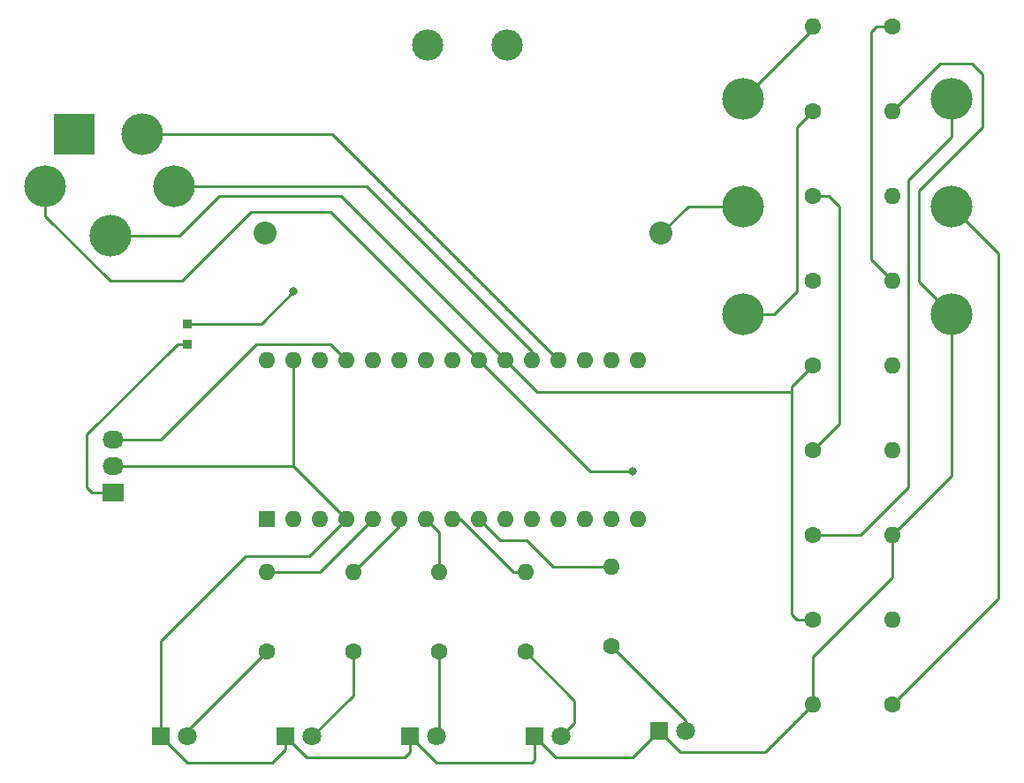
<source format=gtl>
%TF.GenerationSoftware,KiCad,Pcbnew,(5.1.10)-1*%
%TF.CreationDate,2021-08-05T18:33:57-07:00*%
%TF.ProjectId,SimpleCableTesterStatics,53696d70-6c65-4436-9162-6c6554657374,rev?*%
%TF.SameCoordinates,Original*%
%TF.FileFunction,Copper,L1,Top*%
%TF.FilePolarity,Positive*%
%FSLAX46Y46*%
G04 Gerber Fmt 4.6, Leading zero omitted, Abs format (unit mm)*
G04 Created by KiCad (PCBNEW (5.1.10)-1) date 2021-08-05 18:33:57*
%MOMM*%
%LPD*%
G01*
G04 APERTURE LIST*
%TA.AperFunction,ComponentPad*%
%ADD10R,2.030000X1.730000*%
%TD*%
%TA.AperFunction,ComponentPad*%
%ADD11O,2.030000X1.730000*%
%TD*%
%TA.AperFunction,ComponentPad*%
%ADD12C,2.205000*%
%TD*%
%TA.AperFunction,ComponentPad*%
%ADD13O,1.600000X1.600000*%
%TD*%
%TA.AperFunction,ComponentPad*%
%ADD14C,1.600000*%
%TD*%
%TA.AperFunction,ComponentPad*%
%ADD15R,1.600000X1.600000*%
%TD*%
%TA.AperFunction,ComponentPad*%
%ADD16R,1.800000X1.800000*%
%TD*%
%TA.AperFunction,ComponentPad*%
%ADD17C,1.800000*%
%TD*%
%TA.AperFunction,SMDPad,CuDef*%
%ADD18R,0.889000X0.952500*%
%TD*%
%TA.AperFunction,ComponentPad*%
%ADD19O,4.000000X4.000000*%
%TD*%
%TA.AperFunction,ComponentPad*%
%ADD20R,4.000000X4.000000*%
%TD*%
%TA.AperFunction,ComponentPad*%
%ADD21O,3.000000X3.000000*%
%TD*%
%TA.AperFunction,ViaPad*%
%ADD22C,0.800000*%
%TD*%
%TA.AperFunction,Conductor*%
%ADD23C,0.250000*%
%TD*%
G04 APERTURE END LIST*
D10*
%TO.P,U1,1*%
%TO.N,Net-(D4-Pad2)*%
X114808000Y-119888000D03*
D11*
%TO.P,U1,3*%
%TO.N,GND*%
X114808000Y-117348000D03*
%TO.P,U1,2*%
%TO.N,5V*%
X114808000Y-114808000D03*
%TD*%
D12*
%TO.P,.1,2*%
%TO.N,Net-(.1-Pad2)*%
X129351000Y-94996000D03*
%TO.P,.1,1*%
%TO.N,GND*%
X167321000Y-94996000D03*
%TD*%
D13*
%TO.P,3-1V1,2*%
%TO.N,Read1V*%
X181864000Y-75184000D03*
D14*
%TO.P,3-1V1,1*%
%TO.N,Read3V*%
X189484000Y-75184000D03*
%TD*%
%TO.P,3-1V2,1*%
%TO.N,Net-(3-1V2-Pad1)*%
X181864000Y-123952000D03*
D13*
%TO.P,3-1V2,2*%
%TO.N,GND*%
X189484000Y-123952000D03*
%TD*%
D14*
%TO.P,3-2V1,1*%
%TO.N,Read3V*%
X181864000Y-132080000D03*
D13*
%TO.P,3-2V1,2*%
%TO.N,Read2V*%
X189484000Y-132080000D03*
%TD*%
%TO.P,3-2V2,2*%
%TO.N,GND*%
X181864000Y-140208000D03*
D14*
%TO.P,3-2V2,1*%
%TO.N,Net-(3-2V2-Pad1)*%
X189484000Y-140208000D03*
%TD*%
%TO.P,3.3-3V1,1*%
%TO.N,3.3V*%
X181864000Y-99568000D03*
D13*
%TO.P,3.3-3V1,2*%
%TO.N,Read3V*%
X189484000Y-99568000D03*
%TD*%
D14*
%TO.P,3.3-3V2,1*%
%TO.N,Read3V*%
X181864000Y-107696000D03*
D13*
%TO.P,3.3-3V2,2*%
%TO.N,GND*%
X189484000Y-107696000D03*
%TD*%
%TO.P,5-4V1,2*%
%TO.N,GND*%
X189484000Y-83312000D03*
D14*
%TO.P,5-4V1,1*%
%TO.N,Net-(5-4V1-Pad1)*%
X181864000Y-83312000D03*
%TD*%
%TO.P,5-4V2,1*%
%TO.N,5V*%
X181864000Y-91440000D03*
D13*
%TO.P,5-4V2,2*%
%TO.N,Read4V*%
X189484000Y-91440000D03*
%TD*%
D15*
%TO.P,A1,1*%
%TO.N,N/C*%
X129540000Y-122428000D03*
D13*
%TO.P,A1,17*%
%TO.N,3.3V*%
X162560000Y-107188000D03*
%TO.P,A1,2*%
%TO.N,N/C*%
X132080000Y-122428000D03*
%TO.P,A1,18*%
X160020000Y-107188000D03*
%TO.P,A1,3*%
X134620000Y-122428000D03*
%TO.P,A1,19*%
%TO.N,Read5V*%
X157480000Y-107188000D03*
%TO.P,A1,4*%
%TO.N,GND*%
X137160000Y-122428000D03*
%TO.P,A1,20*%
%TO.N,Read4V*%
X154940000Y-107188000D03*
%TO.P,A1,5*%
%TO.N,BIAS*%
X139700000Y-122428000D03*
%TO.P,A1,21*%
%TO.N,Read3V*%
X152400000Y-107188000D03*
%TO.P,A1,6*%
%TO.N,R+*%
X142240000Y-122428000D03*
%TO.P,A1,22*%
%TO.N,Read2V*%
X149860000Y-107188000D03*
%TO.P,A1,7*%
%TO.N,L+*%
X144780000Y-122428000D03*
%TO.P,A1,23*%
%TO.N,Read1V*%
X147320000Y-107188000D03*
%TO.P,A1,8*%
%TO.N,L-*%
X147320000Y-122428000D03*
%TO.P,A1,24*%
%TO.N,N/C*%
X144780000Y-107188000D03*
%TO.P,A1,9*%
%TO.N,R-*%
X149860000Y-122428000D03*
%TO.P,A1,25*%
%TO.N,N/C*%
X142240000Y-107188000D03*
%TO.P,A1,10*%
X152400000Y-122428000D03*
%TO.P,A1,26*%
X139700000Y-107188000D03*
%TO.P,A1,11*%
X154940000Y-122428000D03*
%TO.P,A1,27*%
%TO.N,5V*%
X137160000Y-107188000D03*
%TO.P,A1,12*%
%TO.N,N/C*%
X157480000Y-122428000D03*
%TO.P,A1,28*%
X134620000Y-107188000D03*
%TO.P,A1,13*%
X160020000Y-122428000D03*
%TO.P,A1,29*%
%TO.N,GND*%
X132080000Y-107188000D03*
%TO.P,A1,14*%
%TO.N,N/C*%
X162560000Y-122428000D03*
%TO.P,A1,30*%
X129540000Y-107188000D03*
%TO.P,A1,15*%
X165100000Y-122428000D03*
%TO.P,A1,16*%
X165100000Y-107188000D03*
%TD*%
D16*
%TO.P,Bias.1,1*%
%TO.N,GND*%
X119380000Y-143256000D03*
D17*
%TO.P,Bias.1,2*%
%TO.N,Net-(Bias.1-Pad2)*%
X121920000Y-143256000D03*
%TD*%
%TO.P,R+.2,2*%
%TO.N,Net-(R+.2-Pad2)*%
X133858000Y-143256000D03*
D16*
%TO.P,R+.2,1*%
%TO.N,GND*%
X131318000Y-143256000D03*
%TD*%
%TO.P,L+.3,1*%
%TO.N,GND*%
X143256000Y-143256000D03*
D17*
%TO.P,L+.3,2*%
%TO.N,Net-(L+.3-Pad2)*%
X145796000Y-143256000D03*
%TD*%
D18*
%TO.P,D4,1*%
%TO.N,Net-(D4-Pad1)*%
X121920000Y-103676450D03*
%TO.P,D4,2*%
%TO.N,Net-(D4-Pad2)*%
X121920000Y-105619550D03*
%TD*%
D17*
%TO.P,L-.4,2*%
%TO.N,Net-(L-.4-Pad2)*%
X157734000Y-143256000D03*
D16*
%TO.P,L-.4,1*%
%TO.N,GND*%
X155194000Y-143256000D03*
%TD*%
%TO.P,R-.5,1*%
%TO.N,GND*%
X167132000Y-142748000D03*
D17*
%TO.P,R-.5,2*%
%TO.N,Net-(R-.5-Pad2)*%
X169672000Y-142748000D03*
%TD*%
D13*
%TO.P,R1,2*%
%TO.N,BIAS*%
X129540000Y-127508000D03*
D14*
%TO.P,R1,1*%
%TO.N,Net-(Bias.1-Pad2)*%
X129540000Y-135128000D03*
%TD*%
%TO.P,R2,1*%
%TO.N,Net-(R+.2-Pad2)*%
X137795000Y-135128000D03*
D13*
%TO.P,R2,2*%
%TO.N,R+*%
X137795000Y-127508000D03*
%TD*%
%TO.P,R3,2*%
%TO.N,L+*%
X146050000Y-127508000D03*
D14*
%TO.P,R3,1*%
%TO.N,Net-(L+.3-Pad2)*%
X146050000Y-135128000D03*
%TD*%
%TO.P,R4,1*%
%TO.N,Net-(L-.4-Pad2)*%
X154305000Y-135128000D03*
D13*
%TO.P,R4,2*%
%TO.N,L-*%
X154305000Y-127508000D03*
%TD*%
%TO.P,R5,2*%
%TO.N,R-*%
X162560000Y-127000000D03*
D14*
%TO.P,R5,1*%
%TO.N,Net-(R-.5-Pad2)*%
X162560000Y-134620000D03*
%TD*%
D13*
%TO.P,Stay5V1,2*%
%TO.N,Read5V*%
X189484000Y-115824000D03*
D14*
%TO.P,Stay5V1,1*%
%TO.N,5V*%
X181864000Y-115824000D03*
%TD*%
D19*
%TO.P,U2,2*%
%TO.N,Read2V*%
X108305600Y-90500200D03*
D20*
%TO.P,U2,1*%
%TO.N,N/C*%
X111074200Y-85496400D03*
D19*
%TO.P,U2,4*%
%TO.N,Read4V*%
X120650000Y-90500200D03*
%TO.P,U2,3*%
%TO.N,Read3V*%
X114554000Y-95250000D03*
%TO.P,U2,5*%
%TO.N,Read5V*%
X117576600Y-85496400D03*
%TD*%
%TO.P,U3,4*%
%TO.N,Net-(5-4V1-Pad1)*%
X175158400Y-102768400D03*
%TO.P,U3,3*%
%TO.N,GND*%
X175158400Y-92428400D03*
%TO.P,U3,1L*%
%TO.N,Read1V*%
X175158400Y-82088400D03*
%TO.P,U3,2*%
%TO.N,Net-(3-2V2-Pad1)*%
X195158400Y-92428400D03*
%TO.P,U3,1R*%
%TO.N,Net-(3-1V2-Pad1)*%
X195158400Y-82088400D03*
%TO.P,U3,5*%
%TO.N,GND*%
X195158400Y-102768400D03*
%TD*%
D21*
%TO.P,SW1,1*%
%TO.N,Net-(.1-Pad2)*%
X144985400Y-76946800D03*
%TO.P,SW1,2*%
%TO.N,Net-(D4-Pad1)*%
X152585400Y-76946800D03*
%TD*%
D22*
%TO.N,Read2V*%
X164592000Y-117856000D03*
%TO.N,Net-(D4-Pad1)*%
X132080000Y-100584000D03*
%TD*%
D23*
%TO.N,Read1V*%
X181864000Y-75382800D02*
X181864000Y-75184000D01*
X175158400Y-82088400D02*
X181864000Y-75382800D01*
%TO.N,Read3V*%
X189484000Y-75184000D02*
X187960000Y-75184000D01*
X187960000Y-75184000D02*
X187452000Y-75692000D01*
X187452000Y-97536000D02*
X189484000Y-99568000D01*
X187452000Y-75692000D02*
X187452000Y-97536000D01*
X181864000Y-132080000D02*
X180340000Y-132080000D01*
X180340000Y-132080000D02*
X179832000Y-131572000D01*
X179832000Y-109728000D02*
X181864000Y-107696000D01*
X114554000Y-95250000D02*
X121158000Y-95250000D01*
X121158000Y-95250000D02*
X124968000Y-91440000D01*
X136652000Y-91440000D02*
X152400000Y-107188000D01*
X124968000Y-91440000D02*
X136652000Y-91440000D01*
X155448000Y-110236000D02*
X179832000Y-110236000D01*
X152400000Y-107188000D02*
X155448000Y-110236000D01*
X179832000Y-110236000D02*
X179832000Y-109728000D01*
X179832000Y-131572000D02*
X179832000Y-110236000D01*
%TO.N,Net-(3-1V2-Pad1)*%
X191008000Y-119380000D02*
X186436000Y-123952000D01*
X186436000Y-123952000D02*
X181864000Y-123952000D01*
X191008000Y-89916000D02*
X191008000Y-119380000D01*
X195158400Y-85765600D02*
X191008000Y-89916000D01*
X195158400Y-82088400D02*
X195158400Y-85765600D01*
%TO.N,GND*%
X167132000Y-142748000D02*
X164592000Y-145288000D01*
X157226000Y-145288000D02*
X155194000Y-143256000D01*
X164592000Y-145288000D02*
X157226000Y-145288000D01*
X155194000Y-143256000D02*
X155194000Y-145542000D01*
X155194000Y-145542000D02*
X154940000Y-145796000D01*
X145796000Y-145796000D02*
X143256000Y-143256000D01*
X154940000Y-145796000D02*
X145796000Y-145796000D01*
X143256000Y-143256000D02*
X143256000Y-144780000D01*
X143256000Y-144780000D02*
X142748000Y-145288000D01*
X133350000Y-145288000D02*
X131318000Y-143256000D01*
X142748000Y-145288000D02*
X133350000Y-145288000D01*
X131318000Y-143256000D02*
X131318000Y-144526000D01*
X131318000Y-144526000D02*
X130048000Y-145796000D01*
X121920000Y-145796000D02*
X119380000Y-143256000D01*
X130048000Y-145796000D02*
X121920000Y-145796000D01*
X137160000Y-122428000D02*
X133604000Y-125984000D01*
X133604000Y-125984000D02*
X127508000Y-125984000D01*
X119380000Y-134112000D02*
X119380000Y-143256000D01*
X127508000Y-125984000D02*
X119380000Y-134112000D01*
X132080000Y-107188000D02*
X132080000Y-117348000D01*
X167132000Y-142748000D02*
X169164000Y-144780000D01*
X177292000Y-144780000D02*
X181864000Y-140208000D01*
X169164000Y-144780000D02*
X177292000Y-144780000D01*
X132080000Y-117348000D02*
X132334000Y-117602000D01*
X114808000Y-117348000D02*
X132080000Y-117348000D01*
X132334000Y-117602000D02*
X137160000Y-122428000D01*
X181864000Y-140208000D02*
X181864000Y-135636000D01*
X189484000Y-128016000D02*
X189484000Y-123952000D01*
X181864000Y-135636000D02*
X189484000Y-128016000D01*
X195158400Y-118277600D02*
X189484000Y-123952000D01*
X195158400Y-102768400D02*
X195158400Y-118277600D01*
X192024000Y-90932000D02*
X192024000Y-99634000D01*
X198120000Y-84836000D02*
X192024000Y-90932000D01*
X198120000Y-79756000D02*
X198120000Y-84836000D01*
X197104000Y-78740000D02*
X198120000Y-79756000D01*
X192024000Y-99634000D02*
X195158400Y-102768400D01*
X194056000Y-78740000D02*
X197104000Y-78740000D01*
X189484000Y-83312000D02*
X194056000Y-78740000D01*
X169888600Y-92428400D02*
X167321000Y-94996000D01*
X175158400Y-92428400D02*
X169888600Y-92428400D01*
X195158400Y-102768400D02*
X195158400Y-103037600D01*
%TO.N,Read2V*%
X108305600Y-93328627D02*
X114544973Y-99568000D01*
X108305600Y-90500200D02*
X108305600Y-93328627D01*
X114544973Y-99568000D02*
X121412000Y-99568000D01*
X121412000Y-99568000D02*
X128016000Y-92964000D01*
X135636000Y-92964000D02*
X149860000Y-107188000D01*
X128016000Y-92964000D02*
X135636000Y-92964000D01*
X149860000Y-107188000D02*
X160528000Y-117856000D01*
X160528000Y-117856000D02*
X164592000Y-117856000D01*
%TO.N,Net-(3-2V2-Pad1)*%
X199644000Y-96914000D02*
X195158400Y-92428400D01*
X199644000Y-130048000D02*
X199644000Y-96914000D01*
X189484000Y-140208000D02*
X199644000Y-130048000D01*
%TO.N,Net-(5-4V1-Pad1)*%
X175158400Y-102768400D02*
X178155600Y-102768400D01*
X178155600Y-102768400D02*
X180340000Y-100584000D01*
X180340000Y-84836000D02*
X181864000Y-83312000D01*
X180340000Y-100584000D02*
X180340000Y-84836000D01*
%TO.N,5V*%
X181864000Y-91440000D02*
X183388000Y-91440000D01*
X183388000Y-91440000D02*
X184404000Y-92456000D01*
X184404000Y-113284000D02*
X181864000Y-115824000D01*
X184404000Y-92456000D02*
X184404000Y-113284000D01*
X114808000Y-114808000D02*
X119380000Y-114808000D01*
X119380000Y-114808000D02*
X128524000Y-105664000D01*
X135636000Y-105664000D02*
X137160000Y-107188000D01*
X128524000Y-105664000D02*
X135636000Y-105664000D01*
%TO.N,Read4V*%
X120650000Y-90500200D02*
X139115800Y-90500200D01*
X154940000Y-106324400D02*
X154940000Y-107188000D01*
X139115800Y-90500200D02*
X154940000Y-106324400D01*
%TO.N,Read5V*%
X135788400Y-85496400D02*
X157480000Y-107188000D01*
X117576600Y-85496400D02*
X135788400Y-85496400D01*
%TO.N,BIAS*%
X134620000Y-127508000D02*
X139700000Y-122428000D01*
X129540000Y-127508000D02*
X134620000Y-127508000D01*
%TO.N,R+*%
X142240000Y-123063000D02*
X142240000Y-122428000D01*
X137795000Y-127508000D02*
X142240000Y-123063000D01*
%TO.N,L+*%
X146050000Y-123698000D02*
X144780000Y-122428000D01*
X146050000Y-127508000D02*
X146050000Y-123698000D01*
%TO.N,L-*%
X148093630Y-122428000D02*
X147320000Y-122428000D01*
X153173630Y-127508000D02*
X148093630Y-122428000D01*
X154305000Y-127508000D02*
X153173630Y-127508000D01*
%TO.N,R-*%
X162560000Y-127000000D02*
X156972000Y-127000000D01*
X156972000Y-127000000D02*
X154432000Y-124460000D01*
X151892000Y-124460000D02*
X149860000Y-122428000D01*
X154432000Y-124460000D02*
X151892000Y-124460000D01*
%TO.N,Net-(D4-Pad2)*%
X121920000Y-105619550D02*
X120948450Y-105619550D01*
X120948450Y-105619550D02*
X112268000Y-114300000D01*
X112268000Y-114300000D02*
X112268000Y-119380000D01*
X112776000Y-119888000D02*
X114808000Y-119888000D01*
X112268000Y-119380000D02*
X112776000Y-119888000D01*
%TO.N,Net-(Bias.1-Pad2)*%
X121920000Y-142748000D02*
X121920000Y-143256000D01*
X129540000Y-135128000D02*
X121920000Y-142748000D01*
%TO.N,Net-(L+.3-Pad2)*%
X146050000Y-143002000D02*
X145796000Y-143256000D01*
X146050000Y-135128000D02*
X146050000Y-143002000D01*
%TO.N,Net-(L-.4-Pad2)*%
X154305000Y-135128000D02*
X159004000Y-139827000D01*
X159004000Y-141986000D02*
X157734000Y-143256000D01*
X159004000Y-139827000D02*
X159004000Y-141986000D01*
%TO.N,Net-(R+.2-Pad2)*%
X137795000Y-139319000D02*
X133858000Y-143256000D01*
X137795000Y-135128000D02*
X137795000Y-139319000D01*
%TO.N,Net-(R-.5-Pad2)*%
X169672000Y-141732000D02*
X169672000Y-142748000D01*
X162560000Y-134620000D02*
X169672000Y-141732000D01*
%TO.N,Net-(D4-Pad1)*%
X121920000Y-103676450D02*
X128987550Y-103676450D01*
X128987550Y-103676450D02*
X132080000Y-100584000D01*
X132080000Y-100584000D02*
X132080000Y-100584000D01*
%TD*%
M02*

</source>
